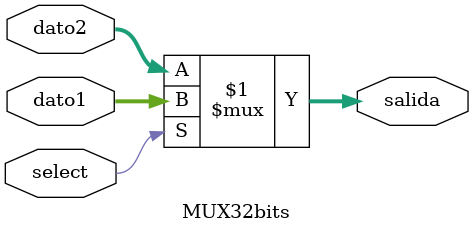
<source format=v>
`timescale 1ns / 1ps

module MUX32bits(select,dato1,dato2,salida);//mux de salida despues de la alu
input select;
input [31:0]dato1,dato2;
output wire [31:0]salida;

assign salida=(select)? dato1:dato2;

endmodule

</source>
